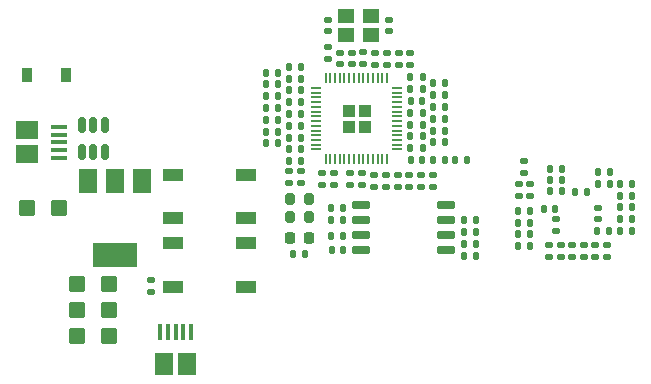
<source format=gtp>
G04 #@! TF.GenerationSoftware,KiCad,Pcbnew,(6.0.7)*
G04 #@! TF.CreationDate,2022-09-05T12:55:50-07:00*
G04 #@! TF.ProjectId,ice2040,69636532-3034-4302-9e6b-696361645f70,1*
G04 #@! TF.SameCoordinates,Original*
G04 #@! TF.FileFunction,Paste,Top*
G04 #@! TF.FilePolarity,Positive*
%FSLAX46Y46*%
G04 Gerber Fmt 4.6, Leading zero omitted, Abs format (unit mm)*
G04 Created by KiCad (PCBNEW (6.0.7)) date 2022-09-05 12:55:50*
%MOMM*%
%LPD*%
G01*
G04 APERTURE LIST*
G04 Aperture macros list*
%AMRoundRect*
0 Rectangle with rounded corners*
0 $1 Rounding radius*
0 $2 $3 $4 $5 $6 $7 $8 $9 X,Y pos of 4 corners*
0 Add a 4 corners polygon primitive as box body*
4,1,4,$2,$3,$4,$5,$6,$7,$8,$9,$2,$3,0*
0 Add four circle primitives for the rounded corners*
1,1,$1+$1,$2,$3*
1,1,$1+$1,$4,$5*
1,1,$1+$1,$6,$7*
1,1,$1+$1,$8,$9*
0 Add four rect primitives between the rounded corners*
20,1,$1+$1,$2,$3,$4,$5,0*
20,1,$1+$1,$4,$5,$6,$7,0*
20,1,$1+$1,$6,$7,$8,$9,0*
20,1,$1+$1,$8,$9,$2,$3,0*%
G04 Aperture macros list end*
%ADD10C,0.120000*%
%ADD11RoundRect,0.200000X-0.200000X-0.275000X0.200000X-0.275000X0.200000X0.275000X-0.200000X0.275000X0*%
%ADD12RoundRect,0.135000X0.135000X0.185000X-0.135000X0.185000X-0.135000X-0.185000X0.135000X-0.185000X0*%
%ADD13RoundRect,0.135000X-0.185000X0.135000X-0.185000X-0.135000X0.185000X-0.135000X0.185000X0.135000X0*%
%ADD14RoundRect,0.140000X0.140000X0.170000X-0.140000X0.170000X-0.140000X-0.170000X0.140000X-0.170000X0*%
%ADD15RoundRect,0.135000X0.185000X-0.135000X0.185000X0.135000X-0.185000X0.135000X-0.185000X-0.135000X0*%
%ADD16RoundRect,0.135000X-0.135000X-0.185000X0.135000X-0.185000X0.135000X0.185000X-0.135000X0.185000X0*%
%ADD17RoundRect,0.250000X0.450000X0.425000X-0.450000X0.425000X-0.450000X-0.425000X0.450000X-0.425000X0*%
%ADD18R,1.400000X1.200000*%
%ADD19R,1.500000X2.000000*%
%ADD20R,3.800000X2.000000*%
%ADD21RoundRect,0.140000X-0.140000X-0.170000X0.140000X-0.170000X0.140000X0.170000X-0.140000X0.170000X0*%
%ADD22R,0.400000X1.350000*%
%ADD23R,1.500000X1.900000*%
%ADD24RoundRect,0.140000X-0.170000X0.140000X-0.170000X-0.140000X0.170000X-0.140000X0.170000X0.140000X0*%
%ADD25RoundRect,0.140000X0.170000X-0.140000X0.170000X0.140000X-0.170000X0.140000X-0.170000X-0.140000X0*%
%ADD26R,0.900000X1.200000*%
%ADD27RoundRect,0.150000X0.150000X-0.512500X0.150000X0.512500X-0.150000X0.512500X-0.150000X-0.512500X0*%
%ADD28R,1.800000X1.100000*%
%ADD29RoundRect,0.218750X-0.218750X-0.256250X0.218750X-0.256250X0.218750X0.256250X-0.218750X0.256250X0*%
%ADD30RoundRect,0.150000X0.650000X0.150000X-0.650000X0.150000X-0.650000X-0.150000X0.650000X-0.150000X0*%
%ADD31C,0.127000*%
%ADD32C,0.154000*%
%ADD33RoundRect,0.050000X0.387500X0.050000X-0.387500X0.050000X-0.387500X-0.050000X0.387500X-0.050000X0*%
%ADD34RoundRect,0.050000X0.050000X0.387500X-0.050000X0.387500X-0.050000X-0.387500X0.050000X-0.387500X0*%
%ADD35R,1.350000X0.400000*%
%ADD36R,1.900000X1.500000*%
G04 APERTURE END LIST*
D10*
X139645000Y-99480000D02*
X138745000Y-99480000D01*
X138745000Y-99480000D02*
X138745000Y-98530000D01*
X138745000Y-98530000D02*
X139645000Y-98530000D01*
X139645000Y-98530000D02*
X139645000Y-99480000D01*
G36*
X139645000Y-99480000D02*
G01*
X138745000Y-99480000D01*
X138745000Y-98530000D01*
X139645000Y-98530000D01*
X139645000Y-99480000D01*
G37*
X138295000Y-100830000D02*
X137395000Y-100830000D01*
X137395000Y-100830000D02*
X137395000Y-99880000D01*
X137395000Y-99880000D02*
X138295000Y-99880000D01*
X138295000Y-99880000D02*
X138295000Y-100830000D01*
G36*
X138295000Y-100830000D02*
G01*
X137395000Y-100830000D01*
X137395000Y-99880000D01*
X138295000Y-99880000D01*
X138295000Y-100830000D01*
G37*
X139645000Y-100830000D02*
X138745000Y-100830000D01*
X138745000Y-100830000D02*
X138745000Y-99880000D01*
X138745000Y-99880000D02*
X139645000Y-99880000D01*
X139645000Y-99880000D02*
X139645000Y-100830000D01*
G36*
X139645000Y-100830000D02*
G01*
X138745000Y-100830000D01*
X138745000Y-99880000D01*
X139645000Y-99880000D01*
X139645000Y-100830000D01*
G37*
X138295000Y-99480000D02*
X137395000Y-99480000D01*
X137395000Y-99480000D02*
X137395000Y-98530000D01*
X137395000Y-98530000D02*
X138295000Y-98530000D01*
X138295000Y-98530000D02*
X138295000Y-99480000D01*
G36*
X138295000Y-99480000D02*
G01*
X137395000Y-99480000D01*
X137395000Y-98530000D01*
X138295000Y-98530000D01*
X138295000Y-99480000D01*
G37*
D11*
X132875000Y-106500000D03*
X134525000Y-106500000D03*
X132875000Y-108000000D03*
X134525000Y-108000000D03*
D12*
X148630000Y-110280000D03*
X147610000Y-110280000D03*
X144130000Y-101180000D03*
X143110000Y-101180000D03*
D13*
X156813850Y-110345298D03*
X156813850Y-111365298D03*
X159763850Y-110345298D03*
X159763850Y-111365298D03*
D14*
X133800000Y-103220000D03*
X132840000Y-103220000D03*
D12*
X148630000Y-108280000D03*
X147610000Y-108280000D03*
D13*
X143020000Y-104470000D03*
X143020000Y-105490000D03*
D15*
X121120000Y-114390000D03*
X121120000Y-113370000D03*
D16*
X132810000Y-96280000D03*
X133830000Y-96280000D03*
D13*
X142110000Y-94080000D03*
X142110000Y-95100000D03*
D17*
X117570000Y-115880000D03*
X114870000Y-115880000D03*
D14*
X133800000Y-98280000D03*
X132840000Y-98280000D03*
D13*
X140110000Y-94080000D03*
X140110000Y-95100000D03*
D18*
X139810000Y-90990000D03*
X137610000Y-90990000D03*
X137610000Y-92590000D03*
X139810000Y-92590000D03*
D19*
X120420000Y-104930000D03*
X118120000Y-104930000D03*
D20*
X118120000Y-111230000D03*
D19*
X115820000Y-104930000D03*
D21*
X157078500Y-105920000D03*
X158038500Y-105920000D03*
D22*
X121920000Y-117717500D03*
X122570000Y-117717500D03*
X123220000Y-117717500D03*
X123870000Y-117717500D03*
X124520000Y-117717500D03*
D23*
X122220000Y-120417500D03*
X124220000Y-120417500D03*
D24*
X155451500Y-108202000D03*
X155451500Y-109162000D03*
D16*
X136410000Y-107280000D03*
X137430000Y-107280000D03*
D12*
X146030000Y-97680000D03*
X145010000Y-97680000D03*
D25*
X132820000Y-105100000D03*
X132820000Y-104140000D03*
D26*
X110670000Y-95980000D03*
X113970000Y-95980000D03*
D12*
X155930000Y-103910000D03*
X154910000Y-103910000D03*
D16*
X130910000Y-95780000D03*
X131930000Y-95780000D03*
D13*
X155863850Y-110345298D03*
X155863850Y-111365298D03*
D15*
X139120000Y-95090000D03*
X139120000Y-94070000D03*
D16*
X132810000Y-100280000D03*
X133830000Y-100280000D03*
X130910000Y-100780000D03*
X131930000Y-100780000D03*
D13*
X158763850Y-110345298D03*
X158763850Y-111365298D03*
D16*
X130910000Y-98780000D03*
X131930000Y-98780000D03*
D27*
X115307500Y-102480000D03*
X116257500Y-102480000D03*
X117207500Y-102480000D03*
X117207500Y-100205000D03*
X116257500Y-100205000D03*
X115307500Y-100205000D03*
D16*
X130910000Y-99780000D03*
X131930000Y-99780000D03*
D12*
X144130000Y-96180000D03*
X143110000Y-96180000D03*
D25*
X138120000Y-95060000D03*
X138120000Y-94100000D03*
D12*
X148630000Y-109280000D03*
X147610000Y-109280000D03*
D16*
X145010000Y-101680000D03*
X146030000Y-101680000D03*
D25*
X137120000Y-95060000D03*
X137120000Y-94100000D03*
D12*
X146030000Y-96680000D03*
X145010000Y-96680000D03*
D14*
X155900000Y-104880000D03*
X154940000Y-104880000D03*
D17*
X117570000Y-113680000D03*
X114870000Y-113680000D03*
D24*
X139020000Y-104300000D03*
X139020000Y-105260000D03*
D17*
X117570000Y-118080000D03*
X114870000Y-118080000D03*
D16*
X158953850Y-105185298D03*
X159973850Y-105185298D03*
X130910000Y-96780000D03*
X131930000Y-96780000D03*
D13*
X143110000Y-94080000D03*
X143110000Y-95100000D03*
D16*
X160853850Y-107185298D03*
X161873850Y-107185298D03*
D13*
X141110000Y-94080000D03*
X141110000Y-95100000D03*
D12*
X146030000Y-99680000D03*
X145010000Y-99680000D03*
D16*
X147610000Y-111280000D03*
X148630000Y-111280000D03*
X132810000Y-95280000D03*
X133830000Y-95280000D03*
X152210000Y-108480000D03*
X153230000Y-108480000D03*
D28*
X123020000Y-108130000D03*
X129220000Y-108130000D03*
X123020000Y-104430000D03*
X129220000Y-104430000D03*
D24*
X138020000Y-104300000D03*
X138020000Y-105260000D03*
D16*
X146900000Y-103180000D03*
X147920000Y-103180000D03*
X136410000Y-108280000D03*
X137430000Y-108280000D03*
X160853850Y-105185298D03*
X161873850Y-105185298D03*
X160853850Y-109185298D03*
X161873850Y-109185298D03*
D17*
X113370000Y-107280000D03*
X110670000Y-107280000D03*
D14*
X137400000Y-110780000D03*
X136440000Y-110780000D03*
D16*
X152210000Y-109480000D03*
X153230000Y-109480000D03*
D12*
X146030000Y-100680000D03*
X145010000Y-100680000D03*
D16*
X136410000Y-109580000D03*
X137430000Y-109580000D03*
D28*
X129220000Y-110230000D03*
X123020000Y-110230000D03*
X129220000Y-113930000D03*
X123020000Y-113930000D03*
D29*
X132925000Y-109800000D03*
X134500000Y-109800000D03*
D16*
X130910000Y-101780000D03*
X131930000Y-101780000D03*
D15*
X152763850Y-104295298D03*
X152763850Y-103275298D03*
D12*
X144130000Y-102180000D03*
X143110000Y-102180000D03*
D13*
X144020000Y-104470000D03*
X144020000Y-105490000D03*
D16*
X132810000Y-101280000D03*
X133830000Y-101280000D03*
X160853850Y-106185298D03*
X161873850Y-106185298D03*
D24*
X141310000Y-91310000D03*
X141310000Y-92270000D03*
D16*
X152210000Y-110480000D03*
X153230000Y-110480000D03*
D30*
X146120000Y-110785000D03*
X146120000Y-109515000D03*
X146120000Y-108245000D03*
X146120000Y-106975000D03*
X138920000Y-106975000D03*
X138920000Y-108245000D03*
X138920000Y-109515000D03*
X138920000Y-110785000D03*
D31*
X156410000Y-106880000D03*
X156810000Y-106880000D03*
X157210000Y-106880000D03*
X157610000Y-106880000D03*
X158010000Y-106880000D03*
X156410000Y-107280000D03*
X156810000Y-107280000D03*
D32*
X157210000Y-107280000D03*
X157610000Y-107280000D03*
D31*
X158010000Y-107280000D03*
X156410000Y-107680000D03*
X156810000Y-107680000D03*
D32*
X157210000Y-107680000D03*
X157610000Y-107680000D03*
D31*
X158010000Y-107680000D03*
X156410000Y-108080000D03*
D32*
X156810000Y-108080000D03*
X157210000Y-108080000D03*
D31*
X157610000Y-108080000D03*
X158010000Y-108080000D03*
X156410000Y-108480000D03*
D32*
X156810000Y-108480000D03*
X157210000Y-108480000D03*
D31*
X157610000Y-108480000D03*
X158010000Y-108480000D03*
X156410000Y-108880000D03*
X156810000Y-108880000D03*
X157210000Y-108880000D03*
X157610000Y-108880000D03*
X158010000Y-108880000D03*
D24*
X135620000Y-104300000D03*
X135620000Y-105260000D03*
D16*
X132810000Y-102280000D03*
X133830000Y-102280000D03*
D12*
X144130000Y-100180000D03*
X143110000Y-100180000D03*
X146020000Y-103180000D03*
X145000000Y-103180000D03*
D15*
X153263850Y-106195298D03*
X153263850Y-105175298D03*
D16*
X132810000Y-97280000D03*
X133830000Y-97280000D03*
X132810000Y-99280000D03*
X133830000Y-99280000D03*
D33*
X141957500Y-102280000D03*
X141957500Y-101880000D03*
X141957500Y-101480000D03*
X141957500Y-101080000D03*
X141957500Y-100680000D03*
X141957500Y-100280000D03*
X141957500Y-99880000D03*
X141957500Y-99480000D03*
X141957500Y-99080000D03*
X141957500Y-98680000D03*
X141957500Y-98280000D03*
X141957500Y-97880000D03*
X141957500Y-97480000D03*
X141957500Y-97080000D03*
D34*
X141120000Y-96242500D03*
X140720000Y-96242500D03*
X140320000Y-96242500D03*
X139920000Y-96242500D03*
X139520000Y-96242500D03*
X139120000Y-96242500D03*
X138720000Y-96242500D03*
X138320000Y-96242500D03*
X137920000Y-96242500D03*
X137520000Y-96242500D03*
X137120000Y-96242500D03*
X136720000Y-96242500D03*
X136320000Y-96242500D03*
X135920000Y-96242500D03*
D33*
X135082500Y-97080000D03*
X135082500Y-97480000D03*
X135082500Y-97880000D03*
X135082500Y-98280000D03*
X135082500Y-98680000D03*
X135082500Y-99080000D03*
X135082500Y-99480000D03*
X135082500Y-99880000D03*
X135082500Y-100280000D03*
X135082500Y-100680000D03*
X135082500Y-101080000D03*
X135082500Y-101480000D03*
X135082500Y-101880000D03*
X135082500Y-102280000D03*
D34*
X135920000Y-103117500D03*
X136320000Y-103117500D03*
X136720000Y-103117500D03*
X137120000Y-103117500D03*
X137520000Y-103117500D03*
X137920000Y-103117500D03*
X138320000Y-103117500D03*
X138720000Y-103117500D03*
X139120000Y-103117500D03*
X139520000Y-103117500D03*
X139920000Y-103117500D03*
X140320000Y-103117500D03*
X140720000Y-103117500D03*
X141120000Y-103117500D03*
D15*
X136120000Y-94600000D03*
X136120000Y-93580000D03*
D13*
X154863850Y-110345298D03*
X154863850Y-111365298D03*
D16*
X160853850Y-108185298D03*
X161873850Y-108185298D03*
D13*
X157763850Y-110345298D03*
X157763850Y-111365298D03*
D12*
X144130000Y-97180000D03*
X143110000Y-97180000D03*
D13*
X140020000Y-104470000D03*
X140020000Y-105490000D03*
X145020000Y-104470000D03*
X145020000Y-105490000D03*
D24*
X136110000Y-91310000D03*
X136110000Y-92270000D03*
D21*
X143140000Y-98180000D03*
X144100000Y-98180000D03*
D12*
X134222500Y-111100000D03*
X133202500Y-111100000D03*
D16*
X130910000Y-97780000D03*
X131930000Y-97780000D03*
D21*
X143140000Y-103180000D03*
X144100000Y-103180000D03*
D15*
X152263850Y-106195298D03*
X152263850Y-105175298D03*
D16*
X158953850Y-104185298D03*
X159973850Y-104185298D03*
D12*
X144130000Y-99180000D03*
X143110000Y-99180000D03*
X159953850Y-109185298D03*
X158933850Y-109185298D03*
D25*
X158970000Y-108180000D03*
X158970000Y-107220000D03*
D14*
X155350500Y-107304000D03*
X154390500Y-107304000D03*
D13*
X142020000Y-104470000D03*
X142020000Y-105490000D03*
D12*
X146030000Y-98680000D03*
X145010000Y-98680000D03*
D15*
X133820000Y-105130000D03*
X133820000Y-104110000D03*
D14*
X155920000Y-105830000D03*
X154960000Y-105830000D03*
D35*
X113320000Y-100372500D03*
X113320000Y-101022500D03*
X113320000Y-101672500D03*
X113320000Y-102322500D03*
X113320000Y-102972500D03*
D36*
X110620000Y-102672500D03*
X110620000Y-100672500D03*
D24*
X136620000Y-104300000D03*
X136620000Y-105260000D03*
D13*
X141020000Y-104470000D03*
X141020000Y-105490000D03*
D16*
X152210000Y-107480000D03*
X153230000Y-107480000D03*
M02*

</source>
